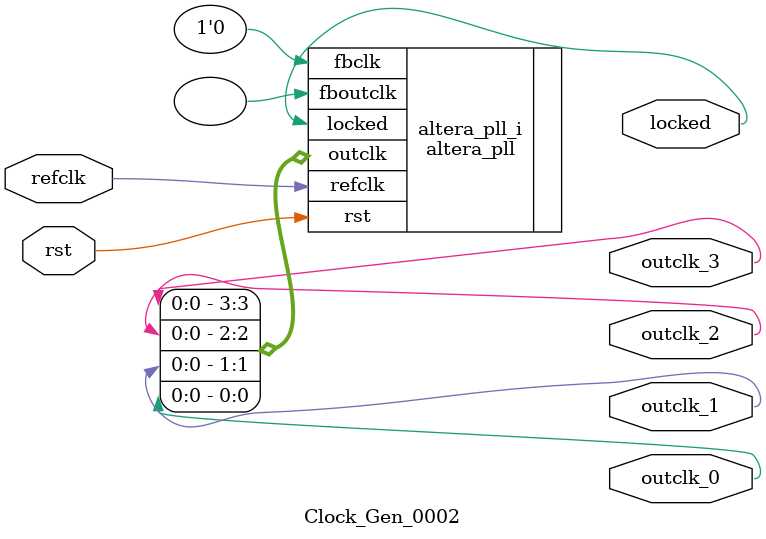
<source format=v>
`timescale 1ns/10ps
module  Clock_Gen_0002(

	// interface 'refclk'
	input wire refclk,

	// interface 'reset'
	input wire rst,

	// interface 'outclk0'
	output wire outclk_0,

	// interface 'outclk1'
	output wire outclk_1,

	// interface 'outclk2'
	output wire outclk_2,

	// interface 'outclk3'
	output wire outclk_3,

	// interface 'locked'
	output wire locked
);

	altera_pll #(
		.fractional_vco_multiplier("false"),
		.reference_clock_frequency("50.0 MHz"),
		.operation_mode("direct"),
		.number_of_clocks(4),
		.output_clock_frequency0("45.000000 MHz"),
		.phase_shift0("0 ps"),
		.duty_cycle0(50),
		.output_clock_frequency1("30.000000 MHz"),
		.phase_shift1("0 ps"),
		.duty_cycle1(50),
		.output_clock_frequency2("90.000000 MHz"),
		.phase_shift2("0 ps"),
		.duty_cycle2(50),
		.output_clock_frequency3("90.000000 MHz"),
		.phase_shift3("0 ps"),
		.duty_cycle3(50),
		.output_clock_frequency4("0 MHz"),
		.phase_shift4("0 ps"),
		.duty_cycle4(50),
		.output_clock_frequency5("0 MHz"),
		.phase_shift5("0 ps"),
		.duty_cycle5(50),
		.output_clock_frequency6("0 MHz"),
		.phase_shift6("0 ps"),
		.duty_cycle6(50),
		.output_clock_frequency7("0 MHz"),
		.phase_shift7("0 ps"),
		.duty_cycle7(50),
		.output_clock_frequency8("0 MHz"),
		.phase_shift8("0 ps"),
		.duty_cycle8(50),
		.output_clock_frequency9("0 MHz"),
		.phase_shift9("0 ps"),
		.duty_cycle9(50),
		.output_clock_frequency10("0 MHz"),
		.phase_shift10("0 ps"),
		.duty_cycle10(50),
		.output_clock_frequency11("0 MHz"),
		.phase_shift11("0 ps"),
		.duty_cycle11(50),
		.output_clock_frequency12("0 MHz"),
		.phase_shift12("0 ps"),
		.duty_cycle12(50),
		.output_clock_frequency13("0 MHz"),
		.phase_shift13("0 ps"),
		.duty_cycle13(50),
		.output_clock_frequency14("0 MHz"),
		.phase_shift14("0 ps"),
		.duty_cycle14(50),
		.output_clock_frequency15("0 MHz"),
		.phase_shift15("0 ps"),
		.duty_cycle15(50),
		.output_clock_frequency16("0 MHz"),
		.phase_shift16("0 ps"),
		.duty_cycle16(50),
		.output_clock_frequency17("0 MHz"),
		.phase_shift17("0 ps"),
		.duty_cycle17(50),
		.pll_type("General"),
		.pll_subtype("General")
	) altera_pll_i (
		.rst	(rst),
		.outclk	({outclk_3, outclk_2, outclk_1, outclk_0}),
		.locked	(locked),
		.fboutclk	( ),
		.fbclk	(1'b0),
		.refclk	(refclk)
	);
endmodule


</source>
